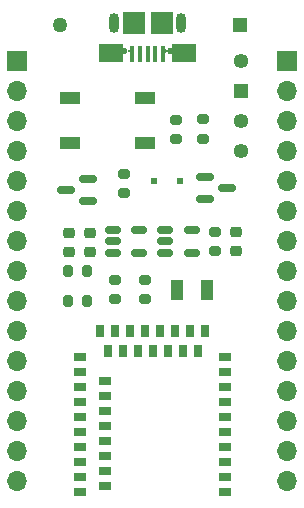
<source format=gts>
G04 #@! TF.GenerationSoftware,KiCad,Pcbnew,6.0.1-79c1e3a40b~116~ubuntu21.04.1*
G04 #@! TF.CreationDate,2022-03-24T20:17:53+11:00*
G04 #@! TF.ProjectId,833iot,38333369-6f74-42e6-9b69-6361645f7063,rev?*
G04 #@! TF.SameCoordinates,Original*
G04 #@! TF.FileFunction,Soldermask,Top*
G04 #@! TF.FilePolarity,Negative*
%FSLAX46Y46*%
G04 Gerber Fmt 4.6, Leading zero omitted, Abs format (unit mm)*
G04 Created by KiCad (PCBNEW 6.0.1-79c1e3a40b~116~ubuntu21.04.1) date 2022-03-24 20:17:53*
%MOMM*%
%LPD*%
G01*
G04 APERTURE LIST*
G04 Aperture macros list*
%AMRoundRect*
0 Rectangle with rounded corners*
0 $1 Rounding radius*
0 $2 $3 $4 $5 $6 $7 $8 $9 X,Y pos of 4 corners*
0 Add a 4 corners polygon primitive as box body*
4,1,4,$2,$3,$4,$5,$6,$7,$8,$9,$2,$3,0*
0 Add four circle primitives for the rounded corners*
1,1,$1+$1,$2,$3*
1,1,$1+$1,$4,$5*
1,1,$1+$1,$6,$7*
1,1,$1+$1,$8,$9*
0 Add four rect primitives between the rounded corners*
20,1,$1+$1,$2,$3,$4,$5,0*
20,1,$1+$1,$4,$5,$6,$7,0*
20,1,$1+$1,$6,$7,$8,$9,0*
20,1,$1+$1,$8,$9,$2,$3,0*%
G04 Aperture macros list end*
%ADD10RoundRect,0.200000X0.275000X-0.200000X0.275000X0.200000X-0.275000X0.200000X-0.275000X-0.200000X0*%
%ADD11C,0.600000*%
%ADD12R,0.400000X1.350000*%
%ADD13R,2.100000X1.600000*%
%ADD14R,1.900000X1.900000*%
%ADD15O,0.850000X1.700000*%
%ADD16R,1.700000X1.000000*%
%ADD17R,1.700000X1.700000*%
%ADD18O,1.700000X1.700000*%
%ADD19R,1.000000X0.650000*%
%ADD20R,0.650000X1.000000*%
%ADD21RoundRect,0.218750X0.256250X-0.218750X0.256250X0.218750X-0.256250X0.218750X-0.256250X-0.218750X0*%
%ADD22RoundRect,0.200000X-0.200000X-0.275000X0.200000X-0.275000X0.200000X0.275000X-0.200000X0.275000X0*%
%ADD23R,1.000000X1.800000*%
%ADD24RoundRect,0.150000X-0.512500X-0.150000X0.512500X-0.150000X0.512500X0.150000X-0.512500X0.150000X0*%
%ADD25O,1.270000X1.270000*%
%ADD26R,1.270000X1.270000*%
%ADD27R,0.500000X0.500000*%
%ADD28C,1.270000*%
%ADD29RoundRect,0.150000X0.587500X0.150000X-0.587500X0.150000X-0.587500X-0.150000X0.587500X-0.150000X0*%
%ADD30RoundRect,0.150000X-0.587500X-0.150000X0.587500X-0.150000X0.587500X0.150000X-0.587500X0.150000X0*%
G04 APERTURE END LIST*
D10*
X32902500Y-42352800D03*
X32902500Y-40702800D03*
D11*
X29202500Y-25352800D03*
X25202500Y-25352800D03*
D12*
X28502500Y-25677800D03*
X27852500Y-25677800D03*
X27202500Y-25677800D03*
X26552500Y-25677800D03*
X25902500Y-25677800D03*
D13*
X30302500Y-25552800D03*
X24102500Y-25552800D03*
D14*
X28402500Y-23002800D03*
X26002500Y-23002800D03*
D15*
X30027500Y-23002800D03*
X24377500Y-23002800D03*
D16*
X26932500Y-29402800D03*
X20632500Y-29402800D03*
X20632500Y-33202800D03*
X26932500Y-33202800D03*
D10*
X31902500Y-32827800D03*
X31902500Y-31177800D03*
X29602500Y-32852800D03*
X29602500Y-31202800D03*
X24452500Y-46427800D03*
X24452500Y-44777800D03*
D17*
X39022500Y-26222800D03*
D18*
X39022500Y-28762800D03*
X39022500Y-31302800D03*
X39022500Y-33842800D03*
X39022500Y-36382800D03*
X39022500Y-38922800D03*
X39022500Y-41462800D03*
X39022500Y-44002800D03*
X39022500Y-46542800D03*
X39022500Y-49082800D03*
X39022500Y-51622800D03*
X39022500Y-54162800D03*
X39022500Y-56702800D03*
X39022500Y-59242800D03*
X39022500Y-61782800D03*
D19*
X33721500Y-62732800D03*
X33721500Y-61462800D03*
X33721500Y-60192800D03*
X33721500Y-58922800D03*
X33721500Y-57652800D03*
X33721500Y-56382800D03*
X33721500Y-55112800D03*
X33721500Y-53842800D03*
X33721500Y-52572800D03*
X33721500Y-51302800D03*
D20*
X32072500Y-49083800D03*
X31435500Y-50794800D03*
X30802500Y-49083800D03*
X30165500Y-50794800D03*
X29532500Y-49083800D03*
X28895500Y-50794800D03*
X28262500Y-49083800D03*
X27625500Y-50794800D03*
X26992500Y-49083800D03*
X26355500Y-50794800D03*
X25722500Y-49083800D03*
X25085500Y-50794800D03*
X24452500Y-49083800D03*
X23815500Y-50794800D03*
X23182500Y-49083800D03*
D19*
X21483500Y-51302800D03*
X21483500Y-52572800D03*
X23561500Y-53334800D03*
X21483500Y-53842800D03*
X23561500Y-54604800D03*
X21483500Y-55112800D03*
X23561500Y-55874800D03*
X21483500Y-56382800D03*
X23561500Y-57144800D03*
X21483500Y-57652800D03*
X23561500Y-58414800D03*
X21483500Y-58922800D03*
X23561500Y-59684800D03*
X21483500Y-60192800D03*
X23561500Y-60954800D03*
X21483500Y-61462800D03*
X23561500Y-62224800D03*
X21483500Y-62732800D03*
D21*
X22302500Y-42377800D03*
X22302500Y-40802800D03*
X20502500Y-42377800D03*
X20502500Y-40802800D03*
D22*
X20417500Y-46542800D03*
X22067500Y-46542800D03*
D21*
X34702500Y-42290300D03*
X34702500Y-40715300D03*
D23*
X32202500Y-45602800D03*
X29702500Y-45602800D03*
D24*
X28665000Y-40552800D03*
X28665000Y-41502800D03*
X28665000Y-42452800D03*
X30940000Y-42452800D03*
X30940000Y-40552800D03*
D10*
X26952500Y-46427800D03*
X26952500Y-44777800D03*
D25*
X35102500Y-26202800D03*
D26*
X35102500Y-28742800D03*
D25*
X35102500Y-31282800D03*
X35102500Y-33822800D03*
D27*
X27762500Y-36382800D03*
X29962500Y-36382800D03*
D22*
X20417500Y-44002800D03*
X22067500Y-44002800D03*
D24*
X24227500Y-40552800D03*
X24227500Y-41502800D03*
X24227500Y-42452800D03*
X26502500Y-42452800D03*
X26502500Y-40552800D03*
D28*
X19782500Y-23202800D03*
D26*
X35022500Y-23202800D03*
D29*
X22180000Y-38102800D03*
X22180000Y-36202800D03*
X20305000Y-37152800D03*
D17*
X16162500Y-26222800D03*
D18*
X16162500Y-28762800D03*
X16162500Y-31302800D03*
X16162500Y-33842800D03*
X16162500Y-36382800D03*
X16162500Y-38922800D03*
X16162500Y-41462800D03*
X16162500Y-44002800D03*
X16162500Y-46542800D03*
X16162500Y-49082800D03*
X16162500Y-51622800D03*
X16162500Y-54162800D03*
X16162500Y-56702800D03*
X16162500Y-59242800D03*
X16162500Y-61782800D03*
D10*
X25202500Y-37427800D03*
X25202500Y-35777800D03*
D30*
X32065000Y-36052800D03*
X32065000Y-37952800D03*
X33940000Y-37002800D03*
G36*
X28704419Y-25163608D02*
G01*
X28724095Y-25230620D01*
X28776438Y-25275975D01*
X28844991Y-25285832D01*
X28908080Y-25257020D01*
X28932044Y-25226397D01*
X28933899Y-25225650D01*
X28935474Y-25226882D01*
X28935351Y-25228630D01*
X28922501Y-25250888D01*
X28904531Y-25352800D01*
X28922501Y-25454712D01*
X28937064Y-25479935D01*
X28937064Y-25481935D01*
X28935332Y-25482935D01*
X28933878Y-25482308D01*
X28889460Y-25435279D01*
X28822233Y-25418631D01*
X28756677Y-25440972D01*
X28713545Y-25495287D01*
X28704463Y-25541811D01*
X28703150Y-25543320D01*
X28701187Y-25542936D01*
X28700500Y-25541428D01*
X28700500Y-25164171D01*
X28701500Y-25162439D01*
X28703500Y-25162439D01*
X28704419Y-25163608D01*
G37*
G36*
X25703813Y-25162660D02*
G01*
X25704500Y-25164168D01*
X25704500Y-25541433D01*
X25703500Y-25543165D01*
X25701500Y-25543165D01*
X25700581Y-25541996D01*
X25680904Y-25474981D01*
X25628561Y-25429626D01*
X25560008Y-25419769D01*
X25496919Y-25448581D01*
X25472954Y-25479205D01*
X25471099Y-25479952D01*
X25469524Y-25478720D01*
X25469647Y-25476972D01*
X25482499Y-25454712D01*
X25500469Y-25352800D01*
X25482499Y-25250888D01*
X25467938Y-25225667D01*
X25467938Y-25223667D01*
X25469670Y-25222667D01*
X25471124Y-25223294D01*
X25515538Y-25270320D01*
X25582765Y-25286968D01*
X25648321Y-25264628D01*
X25691454Y-25210313D01*
X25700537Y-25163785D01*
X25701850Y-25162276D01*
X25703813Y-25162660D01*
G37*
M02*

</source>
